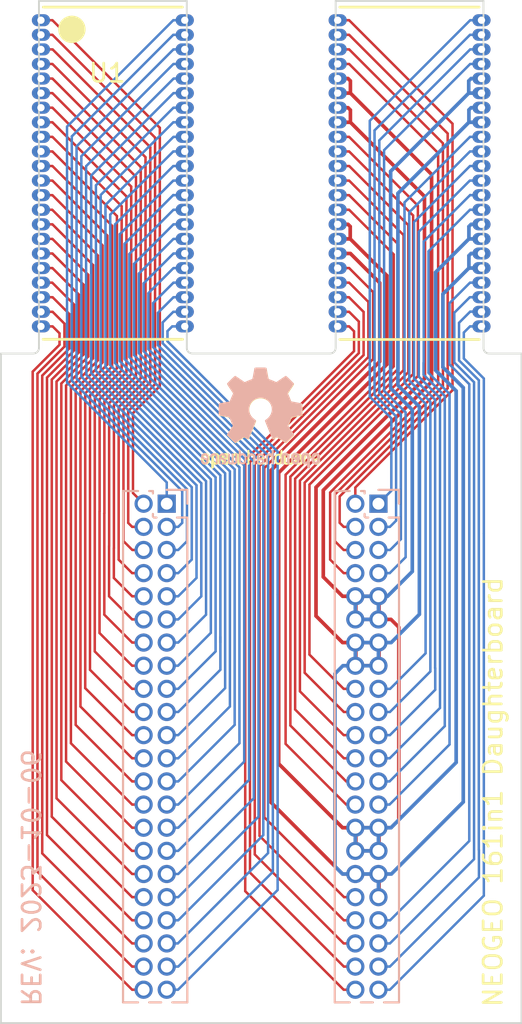
<source format=kicad_pcb>
(kicad_pcb (version 20221018) (generator pcbnew)
  (layers (0 "F.Cu" signal) (31 "B.Cu" signal) (34 "B.Paste" user) (35 "F.Paste" user) (36 "B.SilkS" user "B.Silkscreen") (37 "F.SilkS" user "F.Silkscreen") (38 "B.Mask" user) (39 "F.Mask" user) (44 "Edge.Cuts" user))
  (property "REV" "2023-10-06")
  (net 0 "")
  (net 1 "P1")
  (net 2 "P2")
  (net 3 "P3")
  (net 4 "P4")
  (net 5 "P5")
  (net 6 "P7")
  (net 7 "P8")
  (net 8 "P9")
  (net 9 "P10")
  (net 10 "P11")
  (net 11 "P12")
  (net 12 "P13")
  (net 13 "P14")
  (net 14 "P15")
  (net 15 "P16")
  (net 16 "P17")
  (net 17 "P18")
  (net 18 "P19")
  (net 19 "P20")
  (net 20 "P21")
  (net 21 "P22")
  (net 22 "P23")
  (net 23 "P24")
  (net 24 "P25")
  (net 25 "P26")
  (net 26 "P27")
  (net 27 "P28")
  (net 28 "P29")
  (net 29 "P30")
  (net 30 "P31")
  (net 31 "P32")
  (net 32 "P33")
  (net 33 "P34")
  (net 34 "P35")
  (net 35 "P36")
  (net 36 "P37")
  (net 37 "P38")
  (net 38 "P39")
  (net 39 "P40")
  (net 40 "P41")
  (net 41 "P42")
  (net 42 "P43")
  (net 43 "P44")
  (net 44 "P45")
  (net 45 "P46")
  (net 46 "P47")
  (net 47 "P48")
  (net 48 "P53")
  (net 49 "P54")
  (net 50 "P55")
  (net 51 "P56")
  (net 52 "P57")
  (net 53 "P58")
  (net 54 "P62")
  (net 55 "P63")
  (net 56 "P64")
  (net 57 "P65")
  (net 58 "P66")
  (net 59 "P67")
  (net 60 "P68")
  (net 61 "P69")
  (net 62 "P70")
  (net 63 "P75")
  (net 64 "P76")
  (net 65 "P77")
  (net 66 "P78")
  (net 67 "P79")
  (net 68 "P80")
  (net 69 "P85")
  (net 70 "P86")
  (net 71 "P87")
  (net 72 "P88")
  (net 73 "P6")
  (net 74 "VCC")
  (net 75 "GND")
  (footprint "Symbol:OSHW-Logo2_7.3x6mm_SilkScreen" (layer "F.Cu") (at 141.42 117.55)
    (fp_text reference "REF**" hide)
    (fp_text value "OSHW-Logo2_7.3x6mm_SilkScreen" hide)
  )
  (footprint "neogeo-161in1-daughterboard:F0095H0" (layer "F.Cu") (at 141.45 104.11)
    (fp_text reference "U1")
    (fp_text value "F0095H0")
  )
  (footprint "Connector_PinHeader_1.27mm:PinHeader_2x22_P1.27mm_Vertical" (layer "B.Cu") (at 136.26 122.24 180)
    (fp_text reference "J1" hide)
    (fp_text value "Conn_02x22_Top_Bottom" hide)
  )
  (footprint "Symbol:OSHW-Logo2_7.3x6mm_SilkScreen" (layer "B.Cu") (at 141.41 117.53 180)
    (fp_text reference "REF**" hide)
    (fp_text value "OSHW-Logo2_7.3x6mm_SilkScreen" hide)
  )
  (footprint "Connector_PinHeader_1.27mm:PinHeader_2x22_P1.27mm_Vertical" (layer "B.Cu") (at 147.89 122.24 180)
    (fp_text reference "J2" hide)
    (fp_text value "Conn_02x22_Top_Bottom" hide)
  )
  (gr_line (start 129.47 113.22) (end 137.13 113.22) (stroke (width 0.15)) (layer "F.SilkS"))
  (gr_line (start 145.77 113.23) (end 153.43 113.23) (stroke (width 0.15)) (layer "F.SilkS"))
  (gr_line (start 145.77 94.99) (end 153.42 94.99) (stroke (width 0.15)) (layer "F.SilkS"))
  (gr_line (start 129.48 94.99) (end 137.12 94.99) (stroke (width 0.15)) (layer "F.SilkS"))
  (gr_arc (start 137.662132 113.997868) (mid 137.45 113.91) (end 137.362132 113.697868) (stroke (width 0.1)) (layer "Edge.Cuts"))
  (gr_arc (start 129.237868 113.697868) (mid 129.150009 113.910009) (end 128.937868 113.997868) (stroke (width 0.1)) (layer "Edge.Cuts"))
  (gr_line (start 127.15 150.74) (end 155.75 150.74) (stroke (width 0.1)) (layer "Edge.Cuts"))
  (gr_line (start 128.937868 114) (end 127.15 114) (stroke (width 0.1)) (layer "Edge.Cuts"))
  (gr_arc (start 153.962132 114) (mid 153.749991 113.912141) (end 153.662132 113.7) (stroke (width 0.1)) (layer "Edge.Cuts"))
  (gr_line (start 127.15 150.74) (end 127.15 114) (stroke (width 0.1)) (layer "Edge.Cuts"))
  (gr_line (start 137.36 94.65) (end 137.362132 113.697868) (stroke (width 0.1)) (layer "Edge.Cuts"))
  (gr_line (start 129.24 94.65) (end 129.24 113.7) (stroke (width 0.1)) (layer "Edge.Cuts"))
  (gr_arc (start 145.537868 113.697868) (mid 145.45 113.91) (end 145.237868 113.997868) (stroke (width 0.1)) (layer "Edge.Cuts"))
  (gr_line (start 153.66 94.65) (end 153.662132 113.7) (stroke (width 0.1)) (layer "Edge.Cuts"))
  (gr_line (start 155.75 114) (end 153.962132 114) (stroke (width 0.1)) (layer "Edge.Cuts"))
  (gr_line (start 137.662132 113.997868) (end 145.237868 113.997868) (stroke (width 0.1)) (layer "Edge.Cuts"))
  (gr_line (start 145.54 94.65) (end 145.54 113.697868) (stroke (width 0.1)) (layer "Edge.Cuts"))
  (gr_line (start 145.54 94.65) (end 153.66 94.65) (stroke (width 0.1)) (layer "Edge.Cuts"))
  (gr_line (start 155.75 150.74) (end 155.75 114) (stroke (width 0.1)) (layer "Edge.Cuts"))
  (gr_line (start 129.24 94.65) (end 137.36 94.65) (stroke (width 0.1)) (layer "Edge.Cuts"))
  (gr_text "REV: ${REV}" (at 128.18 149.91 -90) (layer "B.SilkS") (effects (font (size 1 1)) (justify left bottom mirror)))
  (gr_text "NEOGEO 161in1 Daughterboard" (at 154.77 138.06 90) (layer "F.SilkS") (effects (font (size 1 1)) (justify bottom)))
  (segment (start 134.406 117.265004) (end 134.406 121.656) (width 0.135) (layer "F.Cu") (net 1))
  (segment (start 135.88 115.791004) (end 134.406 117.265004) (width 0.135) (layer "F.Cu") (net 1))
  (segment (start 129.35 95.71) (end 129.98 95.71) (width 0.135) (layer "F.Cu") (net 1))
  (segment (start 134.406 121.656) (end 134.99 122.24) (width 0.135) (layer "F.Cu") (net 1))
  (segment (start 129.98 95.71) (end 135.88 101.61) (width 0.135) (layer "F.Cu") (net 1))
  (segment (start 135.88 101.61) (end 135.88 115.791004) (width 0.135) (layer "F.Cu") (net 1))
  (segment (start 134.144 117.15648) (end 135.618 115.68248) (width 0.135) (layer "F.Cu") (net 2))
  (segment (start 135.618 102.148) (end 129.98 96.51) (width 0.135) (layer "F.Cu") (net 2))
  (segment (start 129.98 96.51) (end 129.35 96.51) (width 0.135) (layer "F.Cu") (net 2))
  (segment (start 134.36 123.51) (end 134.144 123.294) (width 0.135) (layer "F.Cu") (net 2))
  (segment (start 134.144 123.294) (end 134.144 117.15648) (width 0.135) (layer "F.Cu") (net 2))
  (segment (start 134.99 123.51) (end 134.36 123.51) (width 0.135) (layer "F.Cu") (net 2))
  (segment (start 135.618 115.68248) (end 135.618 102.148) (width 0.135) (layer "F.Cu") (net 2))
  (segment (start 135.356 102.676) (end 135.356 115.573956) (width 0.135) (layer "F.Cu") (net 3))
  (segment (start 129.35 97.31) (end 129.99 97.31) (width 0.135) (layer "F.Cu") (net 3))
  (segment (start 129.99 97.31) (end 135.356 102.676) (width 0.135) (layer "F.Cu") (net 3))
  (segment (start 133.882 117.047956) (end 133.882 124.292) (width 0.135) (layer "F.Cu") (net 3))
  (segment (start 133.882 124.292) (end 134.37 124.78) (width 0.135) (layer "F.Cu") (net 3))
  (segment (start 134.37 124.78) (end 134.99 124.78) (width 0.135) (layer "F.Cu") (net 3))
  (segment (start 135.356 115.573956) (end 133.882 117.047956) (width 0.135) (layer "F.Cu") (net 3))
  (segment (start 133.71 125.4) (end 133.616 125.306) (width 0.135) (layer "F.Cu") (net 4))
  (segment (start 129.35 98.11) (end 129.98 98.11) (width 0.135) (layer "F.Cu") (net 4))
  (segment (start 129.98 98.11) (end 135.094 103.224) (width 0.135) (layer "F.Cu") (net 4))
  (segment (start 133.62 116.939432) (end 133.62 125.31) (width 0.135) (layer "F.Cu") (net 4))
  (segment (start 133.62 125.31) (end 133.71 125.4) (width 0.135) (layer "F.Cu") (net 4))
  (segment (start 134.36 126.05) (end 133.71 125.4) (width 0.135) (layer "F.Cu") (net 4))
  (segment (start 135.094 115.465432) (end 133.62 116.939432) (width 0.135) (layer "F.Cu") (net 4))
  (segment (start 134.99 126.05) (end 134.36 126.05) (width 0.135) (layer "F.Cu") (net 4))
  (segment (start 135.094 103.224) (end 135.094 115.465432) (width 0.135) (layer "F.Cu") (net 4))
  (segment (start 134.832 115.356908) (end 134.832 103.762) (width 0.135) (layer "F.Cu") (net 5))
  (segment (start 134.832 103.762) (end 129.98 98.91) (width 0.135) (layer "F.Cu") (net 5))
  (segment (start 129.98 98.91) (end 129.35 98.91) (width 0.135) (layer "F.Cu") (net 5))
  (segment (start 133.354 124.678524) (end 133.358 124.674524) (width 0.135) (layer "F.Cu") (net 5))
  (segment (start 133.358 116.830908) (end 134.832 115.356908) (width 0.135) (layer "F.Cu") (net 5))
  (segment (start 133.354 126.314) (end 133.354 124.678524) (width 0.135) (layer "F.Cu") (net 5))
  (segment (start 134.99 127.32) (end 134.36 127.32) (width 0.135) (layer "F.Cu") (net 5))
  (segment (start 134.36 127.32) (end 133.354 126.314) (width 0.135) (layer "F.Cu") (net 5))
  (segment (start 133.358 124.674524) (end 133.358 116.830908) (width 0.135) (layer "F.Cu") (net 5))
  (segment (start 134.36 129.86) (end 132.83 128.33) (width 0.135) (layer "F.Cu") (net 6))
  (segment (start 132.83 122.771048) (end 132.834 122.767048) (width 0.135) (layer "F.Cu") (net 6))
  (segment (start 132.834 116.61386) (end 134.308 115.13986) (width 0.135) (layer "F.Cu") (net 6))
  (segment (start 134.99 129.86) (end 134.36 129.86) (width 0.135) (layer "F.Cu") (net 6))
  (segment (start 129.98 100.51) (end 129.35 100.51) (width 0.135) (layer "F.Cu") (net 6))
  (segment (start 134.308 115.13986) (end 134.308 104.838) (width 0.135) (layer "F.Cu") (net 6))
  (segment (start 134.308 104.838) (end 129.98 100.51) (width 0.135) (layer "F.Cu") (net 6))
  (segment (start 132.834 122.767048) (end 132.834 116.61386) (width 0.135) (layer "F.Cu") (net 6))
  (segment (start 132.83 128.33) (end 132.83 122.771048) (width 0.135) (layer "F.Cu") (net 6))
  (segment (start 134.046 115.031336) (end 134.046 105.376) (width 0.135) (layer "F.Cu") (net 7))
  (segment (start 134.36 131.13) (end 134.99 131.13) (width 0.135) (layer "F.Cu") (net 7))
  (segment (start 132.572 122.658524) (end 132.572 116.505336) (width 0.135) (layer "F.Cu") (net 7))
  (segment (start 129.98 101.31) (end 129.35 101.31) (width 0.135) (layer "F.Cu") (net 7))
  (segment (start 132.568 122.662524) (end 132.572 122.658524) (width 0.135) (layer "F.Cu") (net 7))
  (segment (start 134.046 105.376) (end 129.98 101.31) (width 0.135) (layer "F.Cu") (net 7))
  (segment (start 132.568 129.338) (end 134.36 131.13) (width 0.135) (layer "F.Cu") (net 7))
  (segment (start 132.568 127.15) (end 132.568 122.662524) (width 0.135) (layer "F.Cu") (net 7))
  (segment (start 132.568 127.15) (end 132.568 129.338) (width 0.135) (layer "F.Cu") (net 7))
  (segment (start 132.572 116.505336) (end 134.046 115.031336) (width 0.135) (layer "F.Cu") (net 7))
  (segment (start 132.31 117.09) (end 132.306 117.094) (width 0.135) (layer "F.Cu") (net 8))
  (segment (start 133.324 105.454) (end 129.98 102.11) (width 0.135) (layer "F.Cu") (net 8))
  (segment (start 134.36 132.4) (end 134.99 132.4) (width 0.135) (layer "F.Cu") (net 8))
  (segment (start 133.784 114.922812) (end 132.31 116.396812) (width 0.135) (layer "F.Cu") (net 8))
  (segment (start 133.784 105.914) (end 133.784 114.922812) (width 0.135) (layer "F.Cu") (net 8))
  (segment (start 132.306 130.346) (end 134.36 132.4) (width 0.135) (layer "F.Cu") (net 8))
  (segment (start 132.306 117.094) (end 132.306 130.346) (width 0.135) (layer "F.Cu") (net 8))
  (segment (start 129.98 102.11) (end 129.35 102.11) (width 0.135) (layer "F.Cu") (net 8))
  (segment (start 133.26 105.39) (end 133.784 105.914) (width 0.135) (layer "F.Cu") (net 8))
  (segment (start 132.31 116.396812) (end 132.31 117.09) (width 0.135) (layer "F.Cu") (net 8))
  (segment (start 134.99 133.67) (end 134.36 133.67) (width 0.135) (layer "F.Cu") (net 9))
  (segment (start 132.044 131.354) (end 132.044 116.794) (width 0.135) (layer "F.Cu") (net 9))
  (segment (start 132.048 116.79) (end 132.048 116.288288) (width 0.135) (layer "F.Cu") (net 9))
  (segment (start 129.98 102.91) (end 133.522 106.452) (width 0.135) (layer "F.Cu") (net 9))
  (segment (start 134.36 133.67) (end 132.044 131.354) (width 0.135) (layer "F.Cu") (net 9))
  (segment (start 132.048 116.288288) (end 133.522 114.814288) (width 0.135) (layer "F.Cu") (net 9))
  (segment (start 133.522 114.814288) (end 133.522 106.99) (width 0.135) (layer "F.Cu") (net 9))
  (segment (start 132.044 116.794) (end 132.048 116.79) (width 0.135) (layer "F.Cu") (net 9))
  (segment (start 129.35 102.91) (end 129.98 102.91) (width 0.135) (layer "F.Cu") (net 9))
  (segment (start 133.522 106.452) (end 133.522 106.99) (width 0.135) (layer "F.Cu") (net 9))
  (segment (start 134.99 134.94) (end 134.36 134.94) (width 0.135) (layer "F.Cu") (net 10))
  (segment (start 133.26 114.705764) (end 133.26 106.99) (width 0.135) (layer "F.Cu") (net 10))
  (segment (start 134.36 134.94) (end 131.782 132.362) (width 0.135) (layer "F.Cu") (net 10))
  (segment (start 131.782 132.362) (end 131.782 116.183764) (width 0.135) (layer "F.Cu") (net 10))
  (segment (start 129.98 103.71) (end 129.35 103.71) (width 0.135) (layer "F.Cu") (net 10))
  (segment (start 131.782 116.183764) (end 133.26 114.705764) (width 0.135) (layer "F.Cu") (net 10))
  (segment (start 133.26 106.99) (end 129.98 103.71) (width 0.135) (layer "F.Cu") (net 10))
  (segment (start 132.998 114.59724) (end 132.998 107.528) (width 0.135) (layer "F.Cu") (net 11))
  (segment (start 129.98 104.51) (end 129.35 104.51) (width 0.135) (layer "F.Cu") (net 11))
  (segment (start 132.998 107.528) (end 129.98 104.51) (width 0.135) (layer "F.Cu") (net 11))
  (segment (start 131.52 133.37) (end 131.52 116.07524) (width 0.135) (layer "F.Cu") (net 11))
  (segment (start 134.99 136.21) (end 134.36 136.21) (width 0.135) (layer "F.Cu") (net 11))
  (segment (start 131.52 116.07524) (end 132.998 114.59724) (width 0.135) (layer "F.Cu") (net 11))
  (segment (start 134.36 136.21) (end 131.52 133.37) (width 0.135) (layer "F.Cu") (net 11))
  (segment (start 132.736 114.488716) (end 132.736 108.066) (width 0.135) (layer "F.Cu") (net 12))
  (segment (start 129.98 105.31) (end 129.35 105.31) (width 0.135) (layer "F.Cu") (net 12))
  (segment (start 131.258 134.378) (end 131.258 115.966716) (width 0.135) (layer "F.Cu") (net 12))
  (segment (start 132.736 108.066) (end 129.98 105.31) (width 0.135) (layer "F.Cu") (net 12))
  (segment (start 131.258 115.966716) (end 132.736 114.488716) (width 0.135) (layer "F.Cu") (net 12))
  (segment (start 134.36 137.48) (end 131.258 134.378) (width 0.135) (layer "F.Cu") (net 12))
  (segment (start 134.99 137.48) (end 134.36 137.48) (width 0.135) (layer "F.Cu") (net 12))
  (segment (start 130.996 135.386) (end 130.996 134.14) (width 0.135) (layer "F.Cu") (net 13))
  (segment (start 132.474 114.380192) (end 132.474 108.614) (width 0.135) (layer "F.Cu") (net 13))
  (segment (start 129.97 106.11) (end 129.35 106.11) (width 0.135) (layer "F.Cu") (net 13))
  (segment (start 130.996 134.14) (end 130.996 123.15) (width 0.135) (layer "F.Cu") (net 13))
  (segment (start 130.996 115.858192) (end 132.474 114.380192) (width 0.135) (layer "F.Cu") (net 13))
  (segment (start 134.36 138.75) (end 130.996 135.386) (width 0.135) (layer "F.Cu") (net 13))
  (segment (start 134.99 138.75) (end 134.36 138.75) (width 0.135) (layer "F.Cu") (net 13))
  (segment (start 130.996 123.15) (end 130.996 115.858192) (width 0.135) (layer "F.Cu") (net 13))
  (segment (start 132.474 108.614) (end 129.97 106.11) (width 0.135) (layer "F.Cu") (net 13))
  (segment (start 130.73 115.753668) (end 132.212 114.271668) (width 0.135) (layer "F.Cu") (net 14))
  (segment (start 134.36 140.02) (end 130.73 136.39) (width 0.135) (layer "F.Cu") (net 14))
  (segment (start 130.73 136.39) (end 130.73 115.753668) (width 0.135) (layer "F.Cu") (net 14))
  (segment (start 132.212 109.142) (end 129.98 106.91) (width 0.135) (layer "F.Cu") (net 14))
  (segment (start 132.212 114.271668) (end 132.212 109.142) (width 0.135) (layer "F.Cu") (net 14))
  (segment (start 134.99 140.02) (end 134.36 140.02) (width 0.135) (layer "F.Cu") (net 14))
  (segment (start 129.98 106.91) (end 129.35 106.91) (width 0.135) (layer "F.Cu") (net 14))
  (segment (start 134.35 141.29) (end 130.468 137.408) (width 0.135) (layer "F.Cu") (net 15))
  (segment (start 131.95 114.163144) (end 131.95 109.68) (width 0.135) (layer "F.Cu") (net 15))
  (segment (start 134.99 141.29) (end 134.35 141.29) (width 0.135) (layer "F.Cu") (net 15))
  (segment (start 129.98 107.71) (end 129.35 107.71) (width 0.135) (layer "F.Cu") (net 15))
  (segment (start 131.95 109.68) (end 129.98 107.71) (width 0.135) (layer "F.Cu") (net 15))
  (segment (start 130.468 115.645144) (end 131.95 114.163144) (width 0.135) (layer "F.Cu") (net 15))
  (segment (start 130.468 137.408) (end 130.468 115.645144) (width 0.135) (layer "F.Cu") (net 15))
  (segment (start 134.99 142.56) (end 134.36 142.56) (width 0.135) (layer "F.Cu") (net 16))
  (segment (start 129.98 108.51) (end 129.35 108.51) (width 0.135) (layer "F.Cu") (net 16))
  (segment (start 130.206 115.53662) (end 131.688 114.05462) (width 0.135) (layer "F.Cu") (net 16))
  (segment (start 130.206 138.406) (end 130.206 115.53662) (width 0.135) (layer "F.Cu") (net 16))
  (segment (start 131.688 114.05462) (end 131.688 110.218) (width 0.135) (layer "F.Cu") (net 16))
  (segment (start 134.36 142.56) (end 130.206 138.406) (width 0.135) (layer "F.Cu") (net 16))
  (segment (start 131.688 110.218) (end 129.98 108.51) (width 0.135) (layer "F.Cu") (net 16))
  (segment (start 131.426 113.946096) (end 131.426 110.756) (width 0.135) (layer "F.Cu") (net 17))
  (segment (start 134.36 143.83) (end 129.944 139.414) (width 0.135) (layer "F.Cu") (net 17))
  (segment (start 129.98 109.31) (end 129.35 109.31) (width 0.135) (layer "F.Cu") (net 17))
  (segment (start 131.426 110.756) (end 129.98 109.31) (width 0.135) (layer "F.Cu") (net 17))
  (segment (start 129.944 115.428096) (end 131.426 113.946096) (width 0.135) (layer "F.Cu") (net 17))
  (segment (start 134.99 143.83) (end 134.36 143.83) (width 0.135) (layer "F.Cu") (net 17))
  (segment (start 129.944 139.414) (end 129.944 115.428096) (width 0.135) (layer "F.Cu") (net 17))
  (segment (start 129.97 110.11) (end 129.35 110.11) (width 0.135) (layer "F.Cu") (net 18))
  (segment (start 129.682 140.422) (end 129.682 115.319572) (width 0.135) (layer "F.Cu") (net 18))
  (segment (start 131.164 111.304) (end 129.97 110.11) (width 0.135) (layer "F.Cu") (net 18))
  (segment (start 134.36 145.1) (end 129.682 140.422) (width 0.135) (layer "F.Cu") (net 18))
  (segment (start 129.682 115.319572) (end 131.164 113.837572) (width 0.135) (layer "F.Cu") (net 18))
  (segment (start 131.164 113.837572) (end 131.164 111.304) (width 0.135) (layer "F.Cu") (net 18))
  (segment (start 134.99 145.1) (end 134.36 145.1) (width 0.135) (layer "F.Cu") (net 18))
  (segment (start 134.36 146.37) (end 134.99 146.37) (width 0.135) (layer "F.Cu") (net 19))
  (segment (start 130.902 111.822) (end 130.902 113.729048) (width 0.135) (layer "F.Cu") (net 19))
  (segment (start 129.42 115.211048) (end 129.42 141.43) (width 0.135) (layer "F.Cu") (net 19))
  (segment (start 129.42 141.43) (end 134.36 146.37) (width 0.135) (layer "F.Cu") (net 19))
  (segment (start 130.902 113.729048) (end 129.42 115.211048) (width 0.135) (layer "F.Cu") (net 19))
  (segment (start 129.35 110.91) (end 129.99 110.91) (width 0.135) (layer "F.Cu") (net 19))
  (segment (start 129.99 110.91) (end 130.902 111.822) (width 0.135) (layer "F.Cu") (net 19))
  (segment (start 134.36 147.64) (end 134.99 147.64) (width 0.135) (layer "F.Cu") (net 20))
  (segment (start 129.158 115.102524) (end 129.158 142.438) (width 0.135) (layer "F.Cu") (net 20))
  (segment (start 129.158 142.438) (end 134.36 147.64) (width 0.135) (layer "F.Cu") (net 20))
  (segment (start 129.99 111.71) (end 130.64 112.36) (width 0.135) (layer "F.Cu") (net 20))
  (segment (start 129.35 111.71) (end 129.99 111.71) (width 0.135) (layer "F.Cu") (net 20))
  (segment (start 130.64 112.36) (end 130.64 113.620524) (width 0.135) (layer "F.Cu") (net 20))
  (segment (start 130.64 113.620524) (end 129.158 115.102524) (width 0.135) (layer "F.Cu") (net 20))
  (segment (start 130.37 112.89) (end 130.37 113.52) (width 0.135) (layer "F.Cu") (net 21))
  (segment (start 128.896 114.994) (end 128.896 143.446) (width 0.135) (layer "F.Cu") (net 21))
  (segment (start 134.36 148.91) (end 134.99 148.91) (width 0.135) (layer "F.Cu") (net 21))
  (segment (start 129.35 112.51) (end 129.99 112.51) (width 0.135) (layer "F.Cu") (net 21))
  (segment (start 130.37 113.52) (end 128.896 114.994) (width 0.135) (layer "F.Cu") (net 21))
  (segment (start 129.99 112.51) (end 130.37 112.89) (width 0.135) (layer "F.Cu") (net 21))
  (segment (start 128.896 143.446) (end 134.36 148.91) (width 0.135) (layer "F.Cu") (net 21))
  (segment (start 136.88 148.91) (end 142.352 143.438) (width 0.135) (layer "B.Cu") (net 22))
  (segment (start 136.56 112.51) (end 136.3 112.77) (width 0.135) (layer "B.Cu") (net 22))
  (segment (start 137.25 112.51) (end 136.56 112.51) (width 0.135) (layer "B.Cu") (net 22))
  (segment (start 142.352 143.438) (end 142.352 127.22) (width 0.135) (layer "B.Cu") (net 22))
  (segment (start 136.3 112.77) (end 136.3 113.32952) (width 0.135) (layer "B.Cu") (net 22))
  (segment (start 136.26 148.91) (end 136.88 148.91) (width 0.135) (layer "B.Cu") (net 22))
  (segment (start 142.352 119.38152) (end 142.352 127.22) (width 0.135) (layer "B.Cu") (net 22))
  (segment (start 136.3 113.32952) (end 142.352 119.38152) (width 0.135) (layer "B.Cu") (net 22))
  (segment (start 136.89 147.64) (end 142.09 142.44) (width 0.135) (layer "B.Cu") (net 23))
  (segment (start 142.09 140.9) (end 142.088 140.898) (width 0.135) (layer "B.Cu") (net 23))
  (segment (start 142.09 142.44) (end 142.09 140.9) (width 0.135) (layer "B.Cu") (net 23))
  (segment (start 142.088 140.898) (end 142.088 119.488044) (width 0.135) (layer "B.Cu") (net 23))
  (segment (start 136.62 111.71) (end 137.25 111.71) (width 0.135) (layer "B.Cu") (net 23))
  (segment (start 136.038 113.438044) (end 136.038 112.292) (width 0.135) (layer "B.Cu") (net 23))
  (segment (start 136.038 112.292) (end 136.62 111.71) (width 0.135) (layer "B.Cu") (net 23))
  (segment (start 142.088 119.488044) (end 136.038 113.438044) (width 0.135) (layer "B.Cu") (net 23))
  (segment (start 136.26 147.64) (end 136.89 147.64) (width 0.135) (layer "B.Cu") (net 23))
  (segment (start 141.826 141.006524) (end 141.826 119.596568) (width 0.135) (layer "B.Cu") (net 24))
  (segment (start 136.63 110.91) (end 137.25 110.91) (width 0.135) (layer "B.Cu") (net 24))
  (segment (start 141.828 141.008524) (end 141.826 141.006524) (width 0.135) (layer "B.Cu") (net 24))
  (segment (start 135.776 111.764) (end 136.63 110.91) (width 0.135) (layer "B.Cu") (net 24))
  (segment (start 136.87 146.37) (end 141.828 141.412) (width 0.135) (layer "B.Cu") (net 24))
  (segment (start 141.828 141.412) (end 141.828 141.008524) (width 0.135) (layer "B.Cu") (net 24))
  (segment (start 135.776 113.546568) (end 135.776 111.764) (width 0.135) (layer "B.Cu") (net 24))
  (segment (start 141.826 119.596568) (end 135.776 113.546568) (width 0.135) (layer "B.Cu") (net 24))
  (segment (start 136.26 146.37) (end 136.87 146.37) (width 0.135) (layer "B.Cu") (net 24))
  (segment (start 135.514 111.226) (end 136.63 110.11) (width 0.135) (layer "B.Cu") (net 25))
  (segment (start 135.514 113.655092) (end 135.514 111.226) (width 0.135) (layer "B.Cu") (net 25))
  (segment (start 141.564 140.426) (end 141.564 119.705092) (width 0.135) (layer "B.Cu") (net 25))
  (segment (start 136.63 110.11) (end 137.25 110.11) (width 0.135) (layer "B.Cu") (net 25))
  (segment (start 141.564 119.705092) (end 135.514 113.655092) (width 0.135) (layer "B.Cu") (net 25))
  (segment (start 136.89 145.1) (end 141.564 140.426) (width 0.135) (layer "B.Cu") (net 25))
  (segment (start 136.26 145.1) (end 136.89 145.1) (width 0.135) (layer "B.Cu") (net 25))
  (segment (start 136.89 143.83) (end 136.26 143.83) (width 0.135) (layer "B.Cu") (net 26))
  (segment (start 137.25 109.31) (end 136.63 109.31) (width 0.135) (layer "B.Cu") (net 26))
  (segment (start 141.302 119.813616) (end 141.302 139.418) (width 0.135) (layer "B.Cu") (net 26))
  (segment (start 135.252 113.763616) (end 135.252 110.688) (width 0.135) (layer "B.Cu") (net 26))
  (segment (start 135.984192 114.495808) (end 135.252 113.763616) (width 0.135) (layer "B.Cu") (net 26))
  (segment (start 135.984192 114.495808) (end 141.302 119.813616) (width 0.135) (layer "B.Cu") (net 26))
  (segment (start 141.302 139.418) (end 136.89 143.83) (width 0.135) (layer "B.Cu") (net 26))
  (segment (start 136.63 109.31) (end 135.252 110.688) (width 0.135) (layer "B.Cu") (net 26))
  (segment (start 134.99 113.87214) (end 134.99 110.15) (width 0.135) (layer "B.Cu") (net 27))
  (segment (start 141.04 119.92214) (end 141.04 138.41) (width 0.135) (layer "B.Cu") (net 27))
  (segment (start 136.89 142.56) (end 136.26 142.56) (width 0.135) (layer "B.Cu") (net 27))
  (segment (start 137.25 108.51) (end 136.63 108.51) (width 0.135) (layer "B.Cu") (net 27))
  (segment (start 136.63 108.51) (end 134.99 110.15) (width 0.135) (layer "B.Cu") (net 27))
  (segment (start 141.04 138.41) (end 136.89 142.56) (width 0.135) (layer "B.Cu") (net 27))
  (segment (start 135.71393 114.59607) (end 134.99 113.87214) (width 0.135) (layer "B.Cu") (net 27))
  (segment (start 135.71393 114.59607) (end 141.04 119.92214) (width 0.135) (layer "B.Cu") (net 27))
  (segment (start 137.25 107.71) (end 136.63 107.71) (width 0.135) (layer "B.Cu") (net 28))
  (segment (start 135.393642 114.646306) (end 134.728 113.980664) (width 0.135) (layer "B.Cu") (net 28))
  (segment (start 135.393642 114.646306) (end 140.778 120.030664) (width 0.135) (layer "B.Cu") (net 28))
  (segment (start 134.728 113.980664) (end 134.728 109.612) (width 0.135) (layer "B.Cu") (net 28))
  (segment (start 140.778 120.030664) (end 140.778 137.402) (width 0.135) (layer "B.Cu") (net 28))
  (segment (start 136.89 141.29) (end 136.26 141.29) (width 0.135) (layer "B.Cu") (net 28))
  (segment (start 140.778 137.402) (end 136.89 141.29) (width 0.135) (layer "B.Cu") (net 28))
  (segment (start 136.63 107.71) (end 134.728 109.612) (width 0.135) (layer "B.Cu") (net 28))
  (segment (start 140.516 136.394) (end 136.89 140.02) (width 0.135) (layer "B.Cu") (net 29))
  (segment (start 137.25 106.91) (end 136.63 106.91) (width 0.135) (layer "B.Cu") (net 29))
  (segment (start 136.63 106.91) (end 134.466 109.074) (width 0.135) (layer "B.Cu") (net 29))
  (segment (start 135.131642 114.75483) (end 134.466 114.089188) (width 0.135) (layer "B.Cu") (net 29))
  (segment (start 136.89 140.02) (end 136.26 140.02) (width 0.135) (layer "B.Cu") (net 29))
  (segment (start 135.131642 114.75483) (end 140.516 120.139188) (width 0.135) (layer "B.Cu") (net 29))
  (segment (start 134.466 114.089188) (end 134.466 109.074) (width 0.135) (layer "B.Cu") (net 29))
  (segment (start 140.516 120.139188) (end 140.516 136.394) (width 0.135) (layer "B.Cu") (net 29))
  (segment (start 140.254 135.386) (end 136.89 138.75) (width 0.135) (layer "B.Cu") (net 30))
  (segment (start 140.254 120.247712) (end 140.254 135.386) (width 0.135) (layer "B.Cu") (net 30))
  (segment (start 134.943144 114.936856) (end 134.204 114.197712) (width 0.135) (layer "B.Cu") (net 30))
  (segment (start 134.204 114.197712) (end 134.204 108.536) (width 0.135) (layer "B.Cu") (net 30))
  (segment (start 136.63 106.11) (end 134.204 108.536) (width 0.135) (layer "B.Cu") (net 30))
  (segment (start 137.25 106.11) (end 136.63 106.11) (width 0.135) (layer "B.Cu") (net 30))
  (segment (start 136.89 138.75) (end 136.26 138.75) (width 0.135) (layer "B.Cu") (net 30))
  (segment (start 134.943144 114.936856) (end 140.254 120.247712) (width 0.135) (layer "B.Cu") (net 30))
  (segment (start 136.62 105.3) (end 133.942 107.978) (width 0.135) (layer "B.Cu") (net 31))
  (segment (start 137.25 105.31) (end 136.63 105.31) (width 0.135) (layer "B.Cu") (net 31))
  (segment (start 133.942 114.306236) (end 133.942 107.978) (width 0.135) (layer "B.Cu") (net 31))
  (segment (start 139.992 134.378) (end 136.89 137.48) (width 0.135) (layer "B.Cu") (net 31))
  (segment (start 134.607642 114.971878) (end 133.942 114.306236) (width 0.135) (layer "B.Cu") (net 31))
  (segment (start 136.63 105.31) (end 136.62 105.3) (width 0.135) (layer "B.Cu") (net 31))
  (segment (start 136.89 137.48) (end 136.26 137.48) (width 0.135) (layer "B.Cu") (net 31))
  (segment (start 139.992 120.356236) (end 139.992 134.378) (width 0.135) (layer "B.Cu") (net 31))
  (segment (start 134.607642 114.971878) (end 139.992 120.356236) (width 0.135) (layer "B.Cu") (net 31))
  (segment (start 139.73 133.37) (end 136.89 136.21) (width 0.135) (layer "B.Cu") (net 32))
  (segment (start 137.25 104.51) (end 136.62 104.51) (width 0.135) (layer "B.Cu") (net 32))
  (segment (start 136.89 136.21) (end 136.26 136.21) (width 0.135) (layer "B.Cu") (net 32))
  (segment (start 139.73 120.46476) (end 139.73 133.37) (width 0.135) (layer "B.Cu") (net 32))
  (segment (start 134.345642 115.080402) (end 139.73 120.46476) (width 0.135) (layer "B.Cu") (net 32))
  (segment (start 136.62 104.51) (end 133.68 107.45) (width 0.135) (layer "B.Cu") (net 32))
  (segment (start 134.345642 115.080402) (end 133.68 114.41476) (width 0.135) (layer "B.Cu") (net 32))
  (segment (start 133.68 114.41476) (end 133.68 107.45) (width 0.135) (layer "B.Cu") (net 32))
  (segment (start 137.25 103.71) (end 136.62 103.71) (width 0.135) (layer "B.Cu") (net 33))
  (segment (start 133.418 114.523284) (end 133.418 106.912) (width 0.135) (layer "B.Cu") (net 33))
  (segment (start 136.62 103.71) (end 133.418 106.912) (width 0.135) (layer "B.Cu") (net 33))
  (segment (start 134.162358 115.267642) (end 139.468 120.573284) (width 0.135) (layer "B.Cu") (net 33))
  (segment (start 139.468 132.362) (end 136.89 134.94) (width 0.135) (layer "B.Cu") (net 33))
  (segment (start 139.468 120.573284) (end 139.468 132.362) (width 0.135) (layer "B.Cu") (net 33))
  (segment (start 136.89 134.94) (end 136.26 134.94) (width 0.135) (layer "B.Cu") (net 33))
  (segment (start 134.162358 115.267642) (end 133.418 114.523284) (width 0.135) (layer "B.Cu") (net 33))
  (segment (start 139.206 131.354) (end 139.206 129.53) (width 0.135) (layer "B.Cu") (net 34))
  (segment (start 133.156 114.631808) (end 133.156 106.374) (width 0.135) (layer "B.Cu") (net 34))
  (segment (start 136.62 102.91) (end 133.156 106.374) (width 0.135) (layer "B.Cu") (net 34))
  (segment (start 136.89 133.67) (end 139.206 131.354) (width 0.135) (layer "B.Cu") (net 34))
  (segment (start 137.25 102.91) (end 136.62 102.91) (width 0.135) (layer "B.Cu") (net 34))
  (segment (start 133.937096 115.412904) (end 139.206 120.681808) (width 0.135) (layer "B.Cu") (net 34))
  (segment (start 136.26 133.67) (end 136.89 133.67) (width 0.135) (layer "B.Cu") (net 34))
  (segment (start 133.937096 115.412904) (end 133.156 114.631808) (width 0.135) (layer "B.Cu") (net 34))
  (segment (start 139.206 120.681808) (end 139.206 129.86) (width 0.135) (layer "B.Cu") (net 34))
  (segment (start 136.26 132.4) (end 136.89 132.4) (width 0.135) (layer "B.Cu") (net 35))
  (segment (start 136.89 132.4) (end 138.944 130.346) (width 0.135) (layer "B.Cu") (net 35))
  (segment (start 132.894 114.740332) (end 132.894 105.846) (width 0.135) (layer "B.Cu") (net 35))
  (segment (start 138.944 120.790332) (end 132.894 114.740332) (width 0.135) (layer "B.Cu") (net 35))
  (segment (start 138.944 130.346) (end 138.944 120.790332) (width 0.135) (layer "B.Cu") (net 35))
  (segment (start 132.894 105.846) (end 136.63 102.11) (width 0.135) (layer "B.Cu") (net 35))
  (segment (start 136.63 102.11) (end 137.25 102.11) (width 0.135) (layer "B.Cu") (net 35))
  (segment (start 136.62 101.31) (end 132.632 105.298) (width 0.135) (layer "B.Cu") (net 36))
  (segment (start 133.386572 115.603428) (end 138.682 120.898856) (width 0.135) (layer "B.Cu") (net 36))
  (segment (start 136.88 131.13) (end 136.26 131.13) (width 0.135) (layer "B.Cu") (net 36))
  (segment (start 138.682 120.898856) (end 138.682 129.328) (width 0.135) (layer "B.Cu") (net 36))
  (segment (start 138.682 129.328) (end 136.88 131.13) (width 0.135) (layer "B.Cu") (net 36))
  (segment (start 137.25 101.31) (end 136.62 101.31) (width 0.135) (layer "B.Cu") (net 36))
  (segment (start 133.386572 115.603428) (end 132.632 114.848856) (width 0.135) (layer "B.Cu") (net 36))
  (segment (start 132.632 114.848856) (end 132.632 105.298) (width 0.135) (layer "B.Cu") (net 36))
  (segment (start 136.26 129.86) (end 136.89 129.86) (width 0.135) (layer "B.Cu") (net 37))
  (segment (start 136.89 129.86) (end 138.42 128.33) (width 0.135) (layer "B.Cu") (net 37))
  (segment (start 136.63 100.51) (end 137.25 100.51) (width 0.135) (layer "B.Cu") (net 37))
  (segment (start 138.42 128.33) (end 138.42 121.00738) (width 0.135) (layer "B.Cu") (net 37))
  (segment (start 132.37 104.77) (end 136.63 100.51) (width 0.135) (layer "B.Cu") (net 37))
  (segment (start 132.37 114.95738) (end 132.37 104.77) (width 0.135) (layer "B.Cu") (net 37))
  (segment (start 138.42 121.00738) (end 132.37 114.95738) (width 0.135) (layer "B.Cu") (net 37))
  (segment (start 136.63 99.71) (end 132.108 104.232) (width 0.135) (layer "B.Cu") (net 38))
  (segment (start 136.89 128.59) (end 136.26 128.59) (width 0.135) (layer "B.Cu") (net 38))
  (segment (start 137.25 99.71) (end 136.63 99.71) (width 0.135) (layer "B.Cu") (net 38))
  (segment (start 132.108 115.065904) (end 132.108 104.232) (width 0.135) (layer "B.Cu") (net 38))
  (segment (start 132.921048 115.878952) (end 138.158 121.115904) (width 0.135) (layer "B.Cu") (net 38))
  (segment (start 138.158 121.115904) (end 138.158 127.322) (width 0.135) (layer "B.Cu") (net 38))
  (segment (start 138.158 127.322) (end 136.89 128.59) (width 0.135) (layer "B.Cu") (net 38))
  (segment (start 132.921048 115.878952) (end 132.108 115.065904) (width 0.135) (layer "B.Cu") (net 38))
  (segment (start 137.896 121.224428) (end 131.846 115.174428) (width 0.135) (layer "B.Cu") (net 39))
  (segment (start 131.846 114.476) (end 131.83 114.46) (width 0.135) (layer "B.Cu") (net 39))
  (segment (start 137.896 126.314) (end 137.896 121.224428) (width 0.135) (layer "B.Cu") (net 39))
  (segment (start 131.83 114.46) (end 131.83 103.72) (width 0.135) (layer "B.Cu") (net 39))
  (segment (start 131.83 103.72) (end 136.64 98.91) (width 0.135) (layer "B.Cu") (net 39))
  (segment (start 136.89 127.32) (end 137.896 126.314) (width 0.135) (layer "B.Cu") (net 39))
  (segment (start 131.846 115.174428) (end 131.846 114.476) (width 0.135) (layer "B.Cu") (net 39))
  (segment (start 136.26 127.32) (end 136.89 127.32) (width 0.135) (layer "B.Cu") (net 39))
  (segment (start 136.64 98.91) (end 137.25 98.91) (width 0.135) (layer "B.Cu") (net 39))
  (segment (start 137.634 125.306) (end 137.634 121.332952) (width 0.135) (layer "B.Cu") (net 40))
  (segment (start 137.25 98.11) (end 136.63 98.11) (width 0.135) (layer "B.Cu") (net 40))
  (segment (start 136.63 98.11) (end 131.584 103.156) (width 0.135) (layer "B.Cu") (net 40))
  (segment (start 136.26 126.05) (end 136.89 126.05) (width 0.135) (layer "B.Cu") (net 40))
  (segment (start 137.634 121.332952) (end 131.568 115.266952) (width 0.135) (layer "B.Cu") (net 40))
  (segment (start 136.89 126.05) (end 137.634 125.306) (width 0.135) (layer "B.Cu") (net 40))
  (segment (start 131.568 115.266952) (end 131.568 103.172) (width 0.135) (layer "B.Cu") (net 40))
  (segment (start 131.306 102.634) (end 131.306 115.375476) (width 0.135) (layer "B.Cu") (net 41))
  (segment (start 136.26 124.78) (end 136.89 124.78) (width 0.135) (layer "B.Cu") (net 41))
  (segment (start 137.372 121.441476) (end 137.372 123.43) (width 0.135) (layer "B.Cu") (net 41))
  (segment (start 136.89 124.78) (end 137.372 124.298) (width 0.135) (layer "B.Cu") (net 41))
  (segment (start 137.25 97.31) (end 136.63 97.31) (width 0.135) (layer "B.Cu") (net 41))
  (segment (start 131.306 115.375476) (end 137.372 121.441476) (width 0.135) (layer "B.Cu") (net 41))
  (segment (start 137.25 97.31) (end 137.24 97.3) (width 0.135) (layer "B.Cu") (net 41))
  (segment (start 137.372 124.298) (end 137.372 123.43) (width 0.135) (layer "B.Cu") (net 41))
  (segment (start 136.63 97.31) (end 131.306 102.634) (width 0.135) (layer "B.Cu") (net 41))
  (segment (start 136.89 123.51) (end 136.26 123.51) (width 0.135) (layer "B.Cu") (net 42))
  (segment (start 137.25 96.51) (end 136.62 96.51) (width 0.135) (layer "B.Cu") (net 42))
  (segment (start 137.11 121.55) (end 137.11 123.29) (width 0.135) (layer "B.Cu") (net 42))
  (segment (start 131.044 115.484) (end 137.11 121.55) (width 0.135) (layer "B.Cu") (net 42))
  (segment (start 136.62 96.51) (end 131.044 102.086) (width 0.135) (layer "B.Cu") (net 42))
  (segment (start 137.11 123.29) (end 136.89 123.51) (width 0.135) (layer "B.Cu") (net 42))
  (segment (start 131.044 102.086) (end 131.044 115.484) (width 0.135) (layer "B.Cu") (net 42))
  (segment (start 137.25 95.71) (end 136.62 95.71) (width 0.135) (layer "B.Cu") (net 43))
  (segment (start 130.782 101.548) (end 130.782 115.592524) (width 0.135) (layer "B.Cu") (net 43))
  (segment (start 136.62 95.71) (end 130.782 101.548) (width 0.135) (layer "B.Cu") (net 43))
  (segment (start 130.782 115.592524) (end 136.26 121.070524) (width 0.135) (layer "B.Cu") (net 43))
  (segment (start 136.26 121.070524) (end 136.26 122.24) (width 0.135) (layer "B.Cu") (net 43))
  (segment (start 151.96 116.011572) (end 151.96 101.39) (width 0.135) (layer "F.Cu") (net 44))
  (segment (start 146.28 95.71) (end 145.65 95.71) (width 0.135) (layer "F.Cu") (net 44))
  (segment (start 146.62 121.351572) (end 151.96 116.011572) (width 0.135) (layer "F.Cu") (net 44))
  (segment (start 151.96 101.39) (end 146.28 95.71) (width 0.135) (layer "F.Cu") (net 44))
  (segment (start 146.62 122.24) (end 146.62 121.351572) (width 0.135) (layer "F.Cu") (net 44))
  (segment (start 146.050524 121.550524) (end 151.694 115.907048) (width 0.135) (layer "F.Cu") (net 45))
  (segment (start 145.76 121.841048) (end 145.76 123.29) (width 0.135) (layer "F.Cu") (net 45))
  (segment (start 145.98 123.51) (end 145.85 123.38) (width 0.135) (layer "F.Cu") (net 45))
  (segment (start 146.62 123.51) (end 145.98 123.51) (width 0.135) (layer "F.Cu") (net 45))
  (segment (start 151.694 115.907048) (end 151.694 101.924) (width 0.135) (layer "F.Cu") (net 45))
  (segment (start 151.694 101.924) (end 146.28 96.51) (width 0.135) (layer "F.Cu") (net 45))
  (segment (start 145.76 123.29) (end 145.85 123.38) (width 0.135) (layer "F.Cu") (net 45))
  (segment (start 146.28 96.51) (end 145.65 96.51) (width 0.135) (layer "F.Cu") (net 45))
  (segment (start 146.050524 121.550524) (end 145.76 121.841048) (width 0.135) (layer "F.Cu") (net 45))
  (segment (start 151.432 115.798524) (end 151.432 102.462) (width 0.135) (layer "F.Cu") (net 46))
  (segment (start 145.498 121.732524) (end 145.715262 121.515262) (width 0.135) (layer "F.Cu") (net 46))
  (segment (start 145.6205 121.610024) (end 151.432 115.798524) (width 0.135) (layer "F.Cu") (net 46))
  (segment (start 145.98 124.78) (end 145.498 124.298) (width 0.135) (layer "F.Cu") (net 46))
  (segment (start 146.28 97.31) (end 145.65 97.31) (width 0.135) (layer "F.Cu") (net 46))
  (segment (start 145.498 124.298) (end 145.498 121.732524) (width 0.135) (layer "F.Cu") (net 46))
  (segment (start 151.432 102.462) (end 146.28 97.31) (width 0.135) (layer "F.Cu") (net 46))
  (segment (start 146.62 124.78) (end 145.98 124.78) (width 0.135) (layer "F.Cu") (net 46))
  (segment (start 151.17 115.69) (end 151.17 103) (width 0.135) (layer "F.Cu") (net 47))
  (segment (start 145.236 125.306) (end 145.236 121.624) (width 0.135) (layer "F.Cu") (net 47))
  (segment (start 151.17 103) (end 146.28 98.11) (width 0.135) (layer "F.Cu") (net 47))
  (segment (start 145.98 126.05) (end 145.236 125.306) (width 0.135) (layer "F.Cu") (net 47))
  (segment (start 146.62 126.05) (end 145.98 126.05) (width 0.135) (layer "F.Cu") (net 47))
  (segment (start 145.236 121.624) (end 151.17 115.69) (width 0.135) (layer "F.Cu") (net 47))
  (segment (start 146.28 98.11) (end 145.65 98.11) (width 0.135) (layer "F.Cu") (net 47))
  (segment (start 146.28 102.11) (end 145.65 102.11) (width 0.135) (layer "F.Cu") (net 48))
  (segment (start 150.056 115.23662) (end 150.056 105.886) (width 0.135) (layer "F.Cu") (net 48))
  (segment (start 146.62 132.4) (end 145.98 132.4) (width 0.135) (layer "F.Cu") (net 48))
  (segment (start 144.1 121.19262) (end 150.056 115.23662) (width 0.135) (layer "F.Cu") (net 48))
  (segment (start 144.1 130.52) (end 144.1 121.19262) (width 0.135) (layer "F.Cu") (net 48))
  (segment (start 145.98 132.4) (end 144.1 130.52) (width 0.135) (layer "F.Cu") (net 48))
  (segment (start 150.056 105.886) (end 146.28 102.11) (width 0.135) (layer "F.Cu") (net 48))
  (segment (start 146.62 133.67) (end 145.99 133.67) (width 0.135) (layer "F.Cu") (net 49))
  (segment (start 145.99 133.67) (end 143.838 131.518) (width 0.135) (layer "F.Cu") (net 49))
  (segment (start 143.948 120.974096) (end 148.476048 116.446048) (width 0.135) (layer "F.Cu") (net 49))
  (segment (start 149.794 106.424) (end 146.28 102.91) (width 0.135) (layer "F.Cu") (net 49))
  (segment (start 146.28 102.91) (end 145.65 102.91) (width 0.135) (layer "F.Cu") (net 49))
  (segment (start 143.838 131.518) (end 143.838 121.084096) (width 0.135) (layer "F.Cu") (net 49))
  (segment (start 149.794 115.128096) (end 149.794 106.424) (width 0.135) (layer "F.Cu") (net 49))
  (segment (start 143.838 121.084096) (end 144.121048 120.801048) (width 0.135) (layer "F.Cu") (net 49))
  (segment (start 148.476048 116.446048) (end 149.794 115.128096) (width 0.135) (layer "F.Cu") (net 49))
  (segment (start 143.576 120.975572) (end 143.860786 120.690786) (width 0.135) (layer "F.Cu") (net 50))
  (segment (start 146.62 134.94) (end 145.98 134.94) (width 0.135) (layer "F.Cu") (net 50))
  (segment (start 143.576 132.536) (end 143.576 120.975572) (width 0.135) (layer "F.Cu") (net 50))
  (segment (start 143.686 120.865572) (end 149.532 115.019572) (width 0.135) (layer "F.Cu") (net 50))
  (segment (start 149.532 115.019572) (end 149.532 106.957) (width 0.135) (layer "F.Cu") (net 50))
  (segment (start 145.98 134.94) (end 143.576 132.536) (width 0.135) (layer "F.Cu") (net 50))
  (segment (start 146.285 103.71) (end 145.65 103.71) (width 0.135) (layer "F.Cu") (net 50))
  (segment (start 149.532 106.957) (end 146.285 103.71) (width 0.135) (layer "F.Cu") (net 50))
  (segment (start 146.62 136.21) (end 145.99 136.21) (width 0.135) (layer "F.Cu") (net 51))
  (segment (start 146.28 104.51) (end 145.65 104.51) (width 0.135) (layer "F.Cu") (net 51))
  (segment (start 143.314 120.867048) (end 149.27 114.911048) (width 0.135) (layer "F.Cu") (net 51))
  (segment (start 149.27 107.5) (end 146.28 104.51) (width 0.135) (layer "F.Cu") (net 51))
  (segment (start 145.99 136.21) (end 143.314 133.534) (width 0.135) (layer "F.Cu") (net 51))
  (segment (start 149.27 114.911048) (end 149.27 107.5) (width 0.135) (layer "F.Cu") (net 51))
  (segment (start 143.314 133.534) (end 143.314 120.867048) (width 0.135) (layer "F.Cu") (net 51))
  (segment (start 143.052 134.412) (end 143.052 120.758524) (width 0.135) (layer "F.Cu") (net 52))
  (segment (start 148.992 108.022) (end 148.992 114.818524) (width 0.135) (layer "F.Cu") (net 52))
  (segment (start 143.052 120.758524) (end 143.360262 120.450262) (width 0.135) (layer "F.Cu") (net 52))
  (segment (start 146.12 137.48) (end 143.052 134.412) (width 0.135) (layer "F.Cu") (net 52))
  (segment (start 146.62 137.48) (end 146.12 137.48) (width 0.135) (layer "F.Cu") (net 52))
  (segment (start 146.28 105.31) (end 148.992 108.022) (width 0.135) (layer "F.Cu") (net 52))
  (segment (start 145.65 105.31) (end 146.28 105.31) (width 0.135) (layer "F.Cu") (net 52))
  (segment (start 148.992 114.818524) (end 143.16 120.650524) (width 0.135) (layer "F.Cu") (net 52))
  (segment (start 148.73 114.71) (end 148.73 108.56) (width 0.135) (layer "F.Cu") (net 53))
  (segment (start 146.62 138.75) (end 146.12 138.75) (width 0.135) (layer "F.Cu") (net 53))
  (segment (start 148.73 108.56) (end 146.28 106.11) (width 0.135) (layer "F.Cu") (net 53))
  (segment (start 146.28 106.11) (end 145.65 106.11) (width 0.135) (layer "F.Cu") (net 53))
  (segment (start 142.79 120.65) (end 148.73 114.71) (width 0.135) (layer "F.Cu") (net 53))
  (segment (start 146.12 138.75) (end 142.79 135.42) (width 0.135) (layer "F.Cu") (net 53))
  (segment (start 142.79 135.42) (end 142.79 120.65) (width 0.135) (layer "F.Cu") (net 53))
  (segment (start 147.599 110.629) (end 146.28 109.31) (width 0.135) (layer "F.Cu") (net 54))
  (segment (start 141.62 139.45) (end 141.62 120.28) (width 0.135) (layer "F.Cu") (net 54))
  (segment (start 146 143.83) (end 141.62 139.45) (width 0.135) (layer "F.Cu") (net 54))
  (segment (start 147.599 114.301) (end 147.599 110.629) (width 0.135) (layer "F.Cu") (net 54))
  (segment (start 141.62 120.28) (end 147.599 114.301) (width 0.135) (layer "F.Cu") (net 54))
  (segment (start 146.62 143.83) (end 146 143.83) (width 0.135) (layer "F.Cu") (net 54))
  (segment (start 146.28 109.31) (end 145.65 109.31) (width 0.135) (layer "F.Cu") (net 54))
  (segment (start 146.28 110.11) (end 147.337 111.167) (width 0.135) (layer "F.Cu") (net 55))
  (segment (start 146.62 145.1) (end 145.99 145.1) (width 0.135) (layer "F.Cu") (net 55))
  (segment (start 145.65 110.11) (end 146.28 110.11) (width 0.135) (layer "F.Cu") (net 55))
  (segment (start 141.358 140.468) (end 141.358 120.171476) (width 0.135) (layer "F.Cu") (net 55))
  (segment (start 147.337 114.192476) (end 141.458 120.071476) (width 0.135) (layer "F.Cu") (net 55))
  (segment (start 147.337 111.167) (end 147.337 114.192476) (width 0.135) (layer "F.Cu") (net 55))
  (segment (start 145.99 145.1) (end 141.358 140.468) (width 0.135) (layer "F.Cu") (net 55))
  (segment (start 141.358 120.171476) (end 141.709738 119.819738) (width 0.135) (layer "F.Cu") (net 55))
  (segment (start 145.65 110.91) (end 146.27 110.91) (width 0.135) (layer "F.Cu") (net 56))
  (segment (start 145.98 146.37) (end 141.096 141.486) (width 0.135) (layer "F.Cu") (net 56))
  (segment (start 147.075 111.715) (end 147.075 114.083952) (width 0.135) (layer "F.Cu") (net 56))
  (segment (start 141.096 141.486) (end 141.096 120.062952) (width 0.135) (layer "F.Cu") (net 56))
  (segment (start 141.096 120.062952) (end 141.864476 119.294476) (width 0.135) (layer "F.Cu") (net 56))
  (segment (start 146.62 146.37) (end 145.98 146.37) (width 0.135) (layer "F.Cu") (net 56))
  (segment (start 146.27 110.91) (end 147.075 111.715) (width 0.135) (layer "F.Cu") (net 56))
  (segment (start 147.075 114.083952) (end 141.196 119.962952) (width 0.135) (layer "F.Cu") (net 56))
  (segment (start 146.62 147.64) (end 145.99 147.64) (width 0.135) (layer "F.Cu") (net 57))
  (segment (start 145.65 111.71) (end 146.28 111.71) (width 0.135) (layer "F.Cu") (net 57))
  (segment (start 146.812 113.976428) (end 140.934 119.854428) (width 0.135) (layer "F.Cu") (net 57))
  (segment (start 140.834 142.484) (end 140.834 119.954428) (width 0.135) (layer "F.Cu") (net 57))
  (segment (start 146.28 111.71) (end 146.812 112.242) (width 0.135) (layer "F.Cu") (net 57))
  (segment (start 145.99 147.64) (end 140.834 142.484) (width 0.135) (layer "F.Cu") (net 57))
  (segment (start 140.834 119.954428) (end 141.369214 119.419214) (width 0.135) (layer "F.Cu") (net 57))
  (segment (start 146.812 112.242) (end 146.812 113.976428) (width 0.135) (layer "F.Cu") (net 57))
  (segment (start 146.62 148.91) (end 145.98 148.91) (width 0.135) (layer "F.Cu") (net 58))
  (segment (start 146.28 112.51) (end 146.55 112.78) (width 0.135) (layer "F.Cu") (net 58))
  (segment (start 145.98 148.91) (end 140.572 143.502) (width 0.135) (layer "F.Cu") (net 58))
  (segment (start 146.55 112.78) (end 146.55 113.867904) (width 0.135) (layer "F.Cu") (net 58))
  (segment (start 145.65 112.51) (end 146.28 112.51) (width 0.135) (layer "F.Cu") (net 58))
  (segment (start 140.572 143.502) (end 140.572 119.845904) (width 0.135) (layer "F.Cu") (net 58))
  (segment (start 146.55 113.867904) (end 140.672 119.745904) (width 0.135) (layer "F.Cu") (net 58))
  (segment (start 140.572 119.845904) (end 140.963952 119.453952) (width 0.135) (layer "F.Cu") (net 58))
  (segment (start 148.52 148.91) (end 153.68 143.75) (width 0.135) (layer "B.Cu") (net 59))
  (segment (start 152.58 114.27) (end 152.58 112.85) (width 0.135) (layer "B.Cu") (net 59))
  (segment (start 147.89 148.91) (end 148.52 148.91) (width 0.135) (layer "B.Cu") (net 59))
  (segment (start 153.68 143.75) (end 153.68 123.88) (width 0.135) (layer "B.Cu") (net 59))
  (segment (start 152.58 112.85) (end 152.92 112.51) (width 0.135) (layer "B.Cu") (net 59))
  (segment (start 152.92 112.51) (end 153.55 112.51) (width 0.135) (layer "B.Cu") (net 59))
  (segment (start 153.68 123.88) (end 153.68 115.37) (width 0.135) (layer "B.Cu") (net 59))
  (segment (start 153.68 115.37) (end 152.58 114.27) (width 0.135) (layer "B.Cu") (net 59))
  (segment (start 152.318 112.312) (end 152.93 111.7) (width 0.135) (layer "B.Cu") (net 60))
  (segment (start 153.41 142.75) (end 153.41 141.25) (width 0.135) (layer "B.Cu") (net 60))
  (segment (start 152.318 114.378524) (end 152.318 112.312) (width 0.135) (layer "B.Cu") (net 60))
  (segment (start 152.93 111.7) (end 153.54 111.7) (width 0.135) (layer "B.Cu") (net 60))
  (segment (start 147.89 147.64) (end 148.52 147.64) (width 0.135) (layer "B.Cu") (net 60))
  (segment (start 153.404 141.244) (end 153.404 115.464524) (width 0.135) (layer "B.Cu") (net 60))
  (segment (start 153.54 111.7) (end 153.55 111.71) (width 0.135) (layer "B.Cu") (net 60))
  (segment (start 148.52 147.64) (end 153.41 142.75) (width 0.135) (layer "B.Cu") (net 60))
  (segment (start 153.41 141.25) (end 153.404 141.244) (width 0.135) (layer "B.Cu") (net 60))
  (segment (start 153.404 115.464524) (end 152.318 114.378524) (width 0.135) (layer "B.Cu") (net 60))
  (segment (start 152.056 114.487048) (end 152.056 111.764) (width 0.135) (layer "B.Cu") (net 61))
  (segment (start 148.52 146.37) (end 153.142 141.748) (width 0.135) (layer "B.Cu") (net 61))
  (segment (start 152.056 111.764) (end 152.91 110.91) (width 0.135) (layer "B.Cu") (net 61))
  (segment (start 152.91 110.91) (end 153.55 110.91) (width 0.135) (layer "B.Cu") (net 61))
  (segment (start 153.142 115.573048) (end 152.056 114.487048) (width 0.135) (layer "B.Cu") (net 61))
  (segment (start 153.142 141.748) (end 153.142 115.573048) (width 0.135) (layer "B.Cu") (net 61))
  (segment (start 147.89 146.37) (end 148.52 146.37) (width 0.135) (layer "B.Cu") (net 61))
  (segment (start 151.794 114.595572) (end 152.88 115.681572) (width 0.135) (layer "B.Cu") (net 62))
  (segment (start 152.88 140.75) (end 148.53 145.1) (width 0.135) (layer "B.Cu") (net 62))
  (segment (start 148.53 145.1) (end 147.89 145.1) (width 0.135) (layer "B.Cu") (net 62))
  (segment (start 151.794 111.236) (end 151.794 114.595572) (width 0.135) (layer "B.Cu") (net 62))
  (segment (start 153.55 110.11) (end 152.92 110.11) (width 0.135) (layer "B.Cu") (net 62))
  (segment (start 152.92 110.11) (end 151.794 111.236) (width 0.135) (layer "B.Cu") (net 62))
  (segment (start 152.88 115.681572) (end 152.88 140.75) (width 0.135) (layer "B.Cu") (net 62))
  (segment (start 151.796 135.454) (end 151.796 116.216) (width 0.135) (layer "B.Cu") (net 63))
  (segment (start 151.796 116.216) (end 150.64 115.06) (width 0.135) (layer "B.Cu") (net 63))
  (segment (start 147.89 138.75) (end 148.5 138.75) (width 0.135) (layer "B.Cu") (net 63))
  (segment (start 150.64 115.06) (end 150.64 108.39) (width 0.135) (layer "B.Cu") (net 63))
  (segment (start 152.92 106.11) (end 153.55 106.11) (width 0.135) (layer "B.Cu") (net 63))
  (segment (start 150.64 108.39) (end 152.92 106.11) (width 0.135) (layer "B.Cu") (net 63))
  (segment (start 148.5 138.75) (end 151.796 135.454) (width 0.135) (layer "B.Cu") (net 63))
  (segment (start 150.378 114.502) (end 150.37 114.51) (width 0.135) (layer "B.Cu") (net 64))
  (segment (start 152.93 105.3) (end 150.378 107.852) (width 0.135) (layer "B.Cu") (net 64))
  (segment (start 151.534 134.446) (end 148.5 137.48) (width 0.135) (layer "B.Cu") (net 64))
  (segment (start 153.55 105.31) (end 152.94 105.31) (width 0.135) (layer "B.Cu") (net 64))
  (segment (start 150.378 107.852) (end 150.378 114.502) (width 0.135) (layer "B.Cu") (net 64))
  (segment (start 150.37 114.51) (end 150.37 115.160524) (width 0.135) (layer "B.Cu") (net 64))
  (segment (start 151.534 116.324524) (end 151.534 134.446) (width 0.135) (layer "B.Cu") (net 64))
  (segment (start 148.5 137.48) (end 147.89 137.48) (width 0.135) (layer "B.Cu") (net 64))
  (segment (start 150.37 115.160524) (end 151.534 116.324524) (width 0.135) (layer "B.Cu") (net 64))
  (segment (start 152.94 105.31) (end 152.93 105.3) (width 0.135) (layer "B.Cu") (net 64))
  (segment (start 148.51 136.21) (end 151.272 133.448) (width 0.135) (layer "B.Cu") (net 65))
  (segment (start 147.89 136.21) (end 148.51 136.21) (width 0.135) (layer "B.Cu") (net 65))
  (segment (start 151.272 133.448) (end 151.272 116.433048) (width 0.135) (layer "B.Cu") (net 65))
  (segment (start 150.108 115.269048) (end 150.108 107.312) (width 0.135) (layer "B.Cu") (net 65))
  (segment (start 152.91 104.51) (end 153.55 104.51) (width 0.135) (layer "B.Cu") (net 65))
  (segment (start 151.272 116.433048) (end 150.108 115.269048) (width 0.135) (layer "B.Cu") (net 65))
  (segment (start 150.108 107.312) (end 152.91 104.51) (width 0.135) (layer "B.Cu") (net 65))
  (segment (start 149.846 115.377572) (end 149.846 106.784) (width 0.135) (layer "B.Cu") (net 66))
  (segment (start 152.92 103.71) (end 153.55 103.71) (width 0.135) (layer "B.Cu") (net 66))
  (segment (start 148.52 134.94) (end 151.01 132.45) (width 0.135) (layer "B.Cu") (net 66))
  (segment (start 147.89 134.94) (end 148.52 134.94) (width 0.135) (layer "B.Cu") (net 66))
  (segment (start 151.01 132.45) (end 151.01 131.26) (width 0.135) (layer "B.Cu") (net 66))
  (segment (start 151.01 131.26) (end 151.004 131.254) (width 0.135) (layer "B.Cu") (net 66))
  (segment (start 149.846 106.784) (end 152.92 103.71) (width 0.135) (layer "B.Cu") (net 66))
  (segment (start 151.004 116.535572) (end 149.846 115.377572) (width 0.135) (layer "B.Cu") (net 66))
  (segment (start 151.004 131.254) (end 151.004 116.535572) (width 0.135) (layer "B.Cu") (net 66))
  (segment (start 147.89 133.67) (end 148.52 133.67) (width 0.135) (layer "B.Cu") (net 67))
  (segment (start 148.52 133.67) (end 150.742 131.448) (width 0.135) (layer "B.Cu") (net 67))
  (segment (start 152.92 102.91) (end 153.55 102.91) (width 0.135) (layer "B.Cu") (net 67))
  (segment (start 150.742 116.644096) (end 149.584 115.486096) (width 0.135) (layer "B.Cu") (net 67))
  (segment (start 150.742 131.448) (end 150.742 116.644096) (width 0.135) (layer "B.Cu") (net 67))
  (segment (start 149.584 106.246) (end 152.92 102.91) (width 0.135) (layer "B.Cu") (net 67))
  (segment (start 149.584 115.486096) (end 149.584 106.246) (width 0.135) (layer "B.Cu") (net 67))
  (segment (start 152.92 102.11) (end 153.55 102.11) (width 0.135) (layer "B.Cu") (net 68))
  (segment (start 147.89 132.4) (end 148.53 132.4) (width 0.135) (layer "B.Cu") (net 68))
  (segment (start 148.53 132.4) (end 150.48 130.45) (width 0.135) (layer "B.Cu") (net 68))
  (segment (start 149.322 115.59462) (end 149.322 105.708) (width 0.135) (layer "B.Cu") (net 68))
  (segment (start 149.322 105.708) (end 152.92 102.11) (width 0.135) (layer "B.Cu") (net 68))
  (segment (start 150.48 116.75262) (end 149.322 115.59462) (width 0.135) (layer "B.Cu") (net 68))
  (segment (start 150.48 130.45) (end 150.48 116.75262) (width 0.135) (layer "B.Cu") (net 68))
  (segment (start 152.93 98.11) (end 153.55 98.11) (width 0.135) (layer "B.Cu") (net 69))
  (segment (start 148.2 102.84) (end 152.93 98.11) (width 0.135) (layer "B.Cu") (net 69))
  (segment (start 148.51 126.05) (end 149.384 125.176) (width 0.135) (layer "B.Cu") (net 69))
  (segment (start 149.384 117.229) (end 148.2 116.045) (width 0.135) (layer "B.Cu") (net 69))
  (segment (start 149.384 125.176) (end 149.384 117.229) (width 0.135) (layer "B.Cu") (net 69))
  (segment (start 148.2 116.045) (end 148.2 102.84) (width 0.135) (layer "B.Cu") (net 69))
  (segment (start 147.89 126.05) (end 148.51 126.05) (width 0.135) (layer "B.Cu") (net 69))
  (segment (start 147.89 124.78) (end 148.53 124.78) (width 0.135) (layer "B.Cu") (net 70))
  (segment (start 152.93 97.31) (end 153.55 97.31) (width 0.135) (layer "B.Cu") (net 70))
  (segment (start 148.53 124.78) (end 149.122 124.188) (width 0.135) (layer "B.Cu") (net 70))
  (segment (start 149.122 124.188) (end 149.122 117.337524) (width 0.135) (layer "B.Cu") (net 70))
  (segment (start 147.938 116.153524) (end 147.938 102.302) (width 0.135) (layer "B.Cu") (net 70))
  (segment (start 149.122 117.337524) (end 147.938 116.153524) (width 0.135) (layer "B.Cu") (net 70))
  (segment (start 147.938 102.302) (end 152.93 97.31) (width 0.135) (layer "B.Cu") (net 70))
  (segment (start 147.676 101.754) (end 152.92 96.51) (width 0.135) (layer "B.Cu") (net 71))
  (segment (start 147.676 116.262048) (end 147.676 101.754) (width 0.135) (layer "B.Cu") (net 71))
  (segment (start 148.52 123.51) (end 148.86 123.17) (width 0.135) (layer "B.Cu") (net 71))
  (segment (start 147.89 123.51) (end 148.52 123.51) (width 0.135) (layer "B.Cu") (net 71))
  (segment (start 148.86 123.17) (end 148.86 117.446048) (width 0.135) (layer "B.Cu") (net 71))
  (segment (start 148.86 117.446048) (end 147.676 116.262048) (width 0.135) (layer "B.Cu") (net 71))
  (segment (start 152.92 96.51) (end 153.55 96.51) (width 0.135) (layer "B.Cu") (net 71))
  (segment (start 152.93 95.71) (end 153.55 95.71) (width 0.135) (layer "B.Cu") (net 72))
  (segment (start 147.414 101.226) (end 152.93 95.71) (width 0.135) (layer "B.Cu") (net 72))
  (segment (start 148.598 121.532) (end 148.598 117.554572) (width 0.135) (layer "B.Cu") (net 72))
  (segment (start 147.89 122.24) (end 148.598 121.532) (width 0.135) (layer "B.Cu") (net 72))
  (segment (start 148.598 117.554572) (end 147.414 116.370572) (width 0.135) (layer "B.Cu") (net 72))
  (segment (start 147.414 116.370572) (end 147.414 101.226) (width 0.135) (layer "B.Cu") (net 72))
  (segment (start 133.092 127.322) (end 134.36 128.59) (width 0.135) (layer "F.Cu") (net 73))
  (segment (start 129.35 99.71) (end 129.98 99.71) (width 0.135) (layer "F.Cu") (net 73))
  (segment (start 133.096 124.566) (end 133.092 124.57) (width 0.135) (layer "F.Cu") (net 73))
  (segment (start 133.096 116.722384) (end 133.096 124.566) (width 0.135) (layer "F.Cu") (net 73))
  (segment (start 134.57 115.248384) (end 133.096 116.722384) (width 0.135) (layer "F.Cu") (net 73))
  (segment (start 134.36 128.59) (end 134.99 128.59) (width 0.135) (layer "F.Cu") (net 73))
  (segment (start 134.57 104.3) (end 134.57 115.248384) (width 0.135) (layer "F.Cu") (net 73))
  (segment (start 133.092 124.57) (end 133.092 127.322) (width 0.135) (layer "F.Cu") (net 73))
  (segment (start 129.98 99.71) (end 134.57 104.3) (width 0.135) (layer "F.Cu") (net 73))
  (segment (start 146.62 127.32) (end 145.92 127.32) (width 0.2) (layer "F.Cu") (net 74))
  (segment (start 147.92 140.02) (end 146.65 140.02) (width 0.2) (layer "F.Cu") (net 74))
  (segment (start 142.41 136.51) (end 142.41 120.54) (width 0.2) (layer "F.Cu") (net 74))
  (segment (start 144.86 121.5) (end 150.81 115.55) (width 0.2) (layer "F.Cu") (net 74))
  (segment (start 146.62 140.02) (end 145.92 140.02) (width 0.2) (layer "F.Cu") (net 74))
  (segment (start 142.41 120.54) (end 148.35 114.6) (width 0.2) (layer "F.Cu") (net 74))
  (segment (start 147.89 140.02) (end 148.58 140.02) (width 0.2) (layer "F.Cu") (net 74))
  (segment (start 147.92 140.02) (end 147.92 141.29) (width 0.2) (layer "F.Cu") (net 74))
  (segment (start 148.58 140.02) (end 149.01 139.59) (width 0.2) (layer "F.Cu") (net 74))
  (segment (start 146.35 99.71) (end 145.65 99.71) (width 0.2) (layer "F.Cu") (net 74))
  (segment (start 144.86 126.26) (end 144.86 121.5) (width 0.2) (layer "F.Cu") (net 74))
  (segment (start 146.34 107.71) (end 146.34 107.03) (width 0.2) (layer "F.Cu") (net 74))
  (segment (start 148.35 109.72) (end 146.34 107.71) (width 0.2) (layer "F.Cu") (net 74))
  (segment (start 150.81 104.17) (end 146.35 99.71) (width 0.2) (layer "F.Cu") (net 74))
  (segment (start 146.34 107.71) (end 145.65 107.71) (width 0.2) (layer "F.Cu") (net 74))
  (segment (start 146.65 128.59) (end 146.65 127.32) (width 0.2) (layer "F.Cu") (net 74))
  (segment (start 147.92 128.59) (end 146.65 128.59) (width 0.2) (layer "F.Cu") (net 74))
  (segment (start 148.35 114.6) (end 148.35 109.72) (width 0.2) (layer "F.Cu") (net 74))
  (segment (start 149.01 129.02) (end 148.58 128.59) (width 0.2) (layer "F.Cu") (net 74))
  (segment (start 146.65 127.32) (end 147.92 127.32) (width 0.2) (layer "F.Cu") (net 74))
  (segment (start 146.65 141.29) (end 147.92 141.29) (width 0.2) (layer "F.Cu") (net 74))
  (segment (start 146.22 106.91) (end 145.84 106.91) (width 0.2) (layer "F.Cu") (net 74))
  (segment (start 150.81 115.55) (end 150.81 104.17) (width 0.2) (layer "F.Cu") (net 74))
  (segment (start 145.92 140.02) (end 142.41 136.51) (width 0.2) (layer "F.Cu") (net 74))
  (segment (start 147.92 127.32) (end 147.92 128.59) (width 0.2) (layer "F.Cu") (net 74))
  (segment (start 146.22 98.91) (end 145.84 98.91) (width 0.2) (layer "F.Cu") (net 74))
  (segment (start 149.01 139.59) (end 149.01 129.02) (width 0.2) (layer "F.Cu") (net 74))
  (segment (start 146.65 140.02) (end 146.65 141.29) (width 0.2) (layer "F.Cu") (net 74))
  (segment (start 146.35 99.71) (end 146.35 99.04) (width 0.2) (layer "F.Cu") (net 74))
  (segment (start 146.35 99.04) (end 146.22 98.91) (width 0.2) (layer "F.Cu") (net 74))
  (segment (start 146.34 107.03) (end 146.22 106.91) (width 0.2) (layer "F.Cu") (net 74))
  (segment (start 148.58 128.59) (end 147.89 128.59) (width 0.2) (layer "F.Cu") (net 74))
  (segment (start 145.92 127.32) (end 144.86 126.26) (width 0.2) (layer "F.Cu") (net 74))
  (segment (start 152.16 136.44) (end 152.16 116.05) (width 0.2) (layer "B.Cu") (net 74))
  (segment (start 151.03 109.54) (end 152.86 107.71) (width 0.2) (layer "B.Cu") (net 74))
  (segment (start 152.86 107.71) (end 153.55 107.71) (width 0.2) (layer "B.Cu") (net 74))
  (segment (start 152.86 107.71) (end 152.86 107.03) (width 0.2) (layer "B.Cu") (net 74))
  (segment (start 146.62 140.02) (end 147.89 140.02) (width 0.2) (layer "B.Cu") (net 74))
  (segment (start 152.16 116.05) (end 151.03 114.92) (width 0.2) (layer "B.Cu") (net 74))
  (segment (start 146.62 140.02) (end 146.62 141.29) (width 0.2) (layer "B.Cu") (net 74))
  (segment (start 148.56 104) (end 152.85 99.71) (width 0.2) (layer "B.Cu") (net 74))
  (segment (start 148.58 140.02) (end 152.16 136.44) (width 0.2) (layer "B.Cu") (net 74))
  (segment (start 147.89 127.32) (end 146.62 127.32) (width 0.2) (layer "B.Cu") (net 74))
  (segment (start 146.62 128.59) (end 147.89 128.59) (width 0.2) (layer "B.Cu") (net 74))
  (segment (start 152.86 107.03) (end 152.98 106.91) (width 0.2) (layer "B.Cu") (net 74))
  (segment (start 149.75 117.09) (end 148.56 115.9) (width 0.2) (layer "B.Cu") (net 74))
  (segment (start 152.85 99.71) (end 152.85 99.04) (width 0.2) (layer "B.Cu") (net 74))
  (segment (start 149.75 125.96) (end 149.75 117.09) (width 0.2) (layer "B.Cu") (net 74))
  (segment (start 152.85 99.71) (end 153.55 99.71) (width 0.2) (layer "B.Cu") (net 74))
  (segment (start 146.62 127.32) (end 146.62 128.59) (width 0.2) (layer "B.Cu") (net 74))
  (segment (start 152.98 98.91) (end 153.361357 98.91) (width 0.2) (layer "B.Cu") (net 74))
  (segment (start 151.03 114.92) (end 151.03 109.54) (width 0.2) (layer "B.Cu") (net 74))
  (segment (start 147.89 128.59) (end 147.89 127.32) (width 0.2) (layer "B.Cu") (net 74))
  (segment (start 148.56 115.9) (end 148.56 104) (width 0.2) (layer "B.Cu") (net 74))
  (segment (start 148.39 127.32) (end 149.75 125.96) (width 0.2) (layer "B.Cu") (net 74))
  (segment (start 147.89 127.32) (end 148.39 127.32) (width 0.2) (layer "B.Cu") (net 74))
  (segment (start 147.89 141.29) (end 147.89 140.02) (width 0.2) (layer "B.Cu") (net 74))
  (segment (start 146.62 141.29) (end 147.89 141.29) (width 0.2) (layer "B.Cu") (net 74))
  (segment (start 152.98 106.91) (end 153.361776 106.91) (width 0.2) (layer "B.Cu") (net 74))
  (segment (start 152.85 99.04) (end 152.98 98.91) (width 0.2) (layer "B.Cu") (net 74))
  (segment (start 147.89 140.02) (end 148.58 140.02) (width 0.2) (layer "B.Cu") (net 74))
  (segment (start 146.22 100.51) (end 145.84 100.51) (width 0.2) (layer "F.Cu") (net 75))
  (segment (start 146.35 108.51) (end 145.65 108.51) (width 0.2) (layer "F.Cu") (net 75))
  (segment (start 146.35 101.31) (end 145.65 101.31) (width 0.2) (layer "F.Cu") (net 75))
  (segment (start 147.92 131.13) (end 146.65 131.13) (width 0.2) (layer "F.Cu") (net 75))
  (segment (start 147.96 110.12) (end 146.35 108.51) (width 0.2) (layer "F.Cu") (net 75))
  (segment (start 150.42 105.38) (end 146.35 101.31) (width 0.2) (layer "F.Cu") (net 75))
  (segment (start 146.62 142.56) (end 145.92 142.56) (width 0.2) (layer "F.Cu") (net 75))
  (segment (start 147.96 114.44) (end 147.96 110.12) (width 0.2) (layer "F.Cu") (net 75))
  (segment (start 142 120.4) (end 147.96 114.44) (width 0.2) (layer "F.Cu") (net 75))
  (segment (start 144.46 121.34) (end 150.42 115.38) (width 0.2) (layer "F.Cu") (net 75))
  (segment (start 147.92 129.86) (end 146.65 129.86) (width 0.2) (layer "F.Cu") (net 75))
  (segment (start 146.65 142.56) (end 147.92 142.56) (width 0.2) (layer "F.Cu") (net 75))
  (segment (start 147.92 142.56) (end 147.92 143.83) (width 0.2) (layer "F.Cu") (net 75))
  (segment (start 146.62 129.86) (end 145.92 129.86) (width 0.2) (layer "F.Cu") (net 75))
  (segment (start 145.92 129.86) (end 144.46 128.4) (width 0.2) (layer "F.Cu") (net 75))
  (segment (start 146.65 129.86) (end 146.65 131.13) (width 0.2) (layer "F.Cu") (net 75))
  (segment (start 142 138.64) (end 142 120.4) (width 0.2) (layer "F.Cu") (net 75))
  (segment (start 146.35 101.31) (end 146.35 100.64) (width 0.2) (layer "F.Cu") (net 75))
  (segment (start 147.92 131.13) (end 147.92 129.86) (width 0.2) (layer "F.Cu") (net 75))
  (segment (start 146.35 100.64) (end 146.22 100.51) (width 0.2) (layer "F.Cu") (net 75))
  (segment (start 145.92 142.56) (end 142 138.64) (width 0.2) (layer "F.Cu") (net 75))
  (segment (start 150.42 115.38) (end 150.42 105.38) (width 0.2) (layer "F.Cu") (net 75))
  (segment (start 144.46 128.4) (end 144.46 121.34) (width 0.2) (layer "F.Cu") (net 75))
  (segment (start 148.59 129.86) (end 150.14 128.31) (width 0.2) (layer "B.Cu") (net 75))
  (segment (start 147.89 142.56) (end 147.89 143.83) (width 0.2) (layer "B.Cu") (net 75))
  (segment (start 145.94 131.13) (end 145.5 131.57) (width 0.2) (layer "B.Cu") (net 75))
  (segment (start 152.55 138.61) (end 152.55 115.87) (width 0.2) (layer "B.Cu") (net 75))
  (segment (start 147.89 142.56) (end 148.6 142.56) (width 0.2) (layer "B.Cu") (net 75))
  (segment (start 146.62 142.56) (end 147.89 142.56) (width 0.2) (layer "B.Cu") (net 75))
  (segment (start 148.96 115.74) (end 148.96 105.21) (width 0.2) (layer "B.Cu") (net 75))
  (segment (start 152.86 101.31) (end 153.55 101.31) (width 0.2) (layer "B.Cu") (net 75))
  (segment (start 152.86 108.63) (end 152.98 108.51) (width 0.2) (layer "B.Cu") (net 75))
  (segment (start 145.5 131.57) (end 145.5 142.14) (width 0.2) (layer "B.Cu") (net 75))
  (segment (start 152.98 100.51) (end 153.361441 100.51) (width 0.2) (layer "B.Cu") (net 75))
  (segment (start 146.62 129.86) (end 146.62 131.13) (width 0.2) (layer "B.Cu") (net 75))
  (segment (start 150.14 128.31) (end 150.14 116.92) (width 0.2) (layer "B.Cu") (net 75))
  (segment (start 152.55 115.87) (end 151.43 114.75) (width 0.2) (layer "B.Cu") (net 75))
  (segment (start 148.6 142.56) (end 152.55 138.61) (width 0.2) (layer "B.Cu") (net 75))
  (segment (start 151.43 114.75) (end 151.43 110.74) (width 0.2) (layer "B.Cu") (net 75))
  (segment (start 147.89 129.86) (end 147.89 131.13) (width 0.2) (layer "B.Cu") (net 75))
  (segment (start 152.86 101.31) (end 152.86 100.63) (width 0.2) (layer "B.Cu") (net 75))
  (segment (start 152.98 108.51) (end 153.36186 108.51) (width 0.2) (layer "B.Cu") (net 75))
  (segment (start 147.89 129.86) (end 148.59 129.86) (width 0.2) (layer "B.Cu") (net 75))
  (segment (start 152.86 109.31) (end 152.86 108.63) (width 0.2) (layer "B.Cu") (net 75))
  (segment (start 146.62 129.86) (end 147.89 129.86) (width 0.2) (layer "B.Cu") (net 75))
  (segment (start 146.62 131.13) (end 145.94 131.13) (width 0.2) (layer "B.Cu") (net 75))
  (segment (start 145.92 142.56) (end 146.62 142.56) (width 0.2) (layer "B.Cu") (net 75))
  (segment (start 150.14 116.92) (end 148.96 115.74) (width 0.2) (layer "B.Cu") (net 75))
  (segment (start 147.89 131.13) (end 146.62 131.13) (width 0.2) (layer "B.Cu") (net 75))
  (segment (start 152.86 100.63) (end 152.98 100.51) (width 0.2) (layer "B.Cu") (net 75))
  (segment (start 148.96 105.21) (end 152.86 101.31) (width 0.2) (layer "B.Cu") (net 75))
  (segment (start 152.86 109.31) (end 153.55 109.31) (width 0.2) (layer "B.Cu") (net 75))
  (segment (start 145.5 142.14) (end 145.92 142.56) (width 0.2) (layer "B.Cu") (net 75))
  (segment (start 151.43 110.74) (end 152.86 109.31) (width 0.2) (layer "B.Cu") (net 75))
)
</source>
